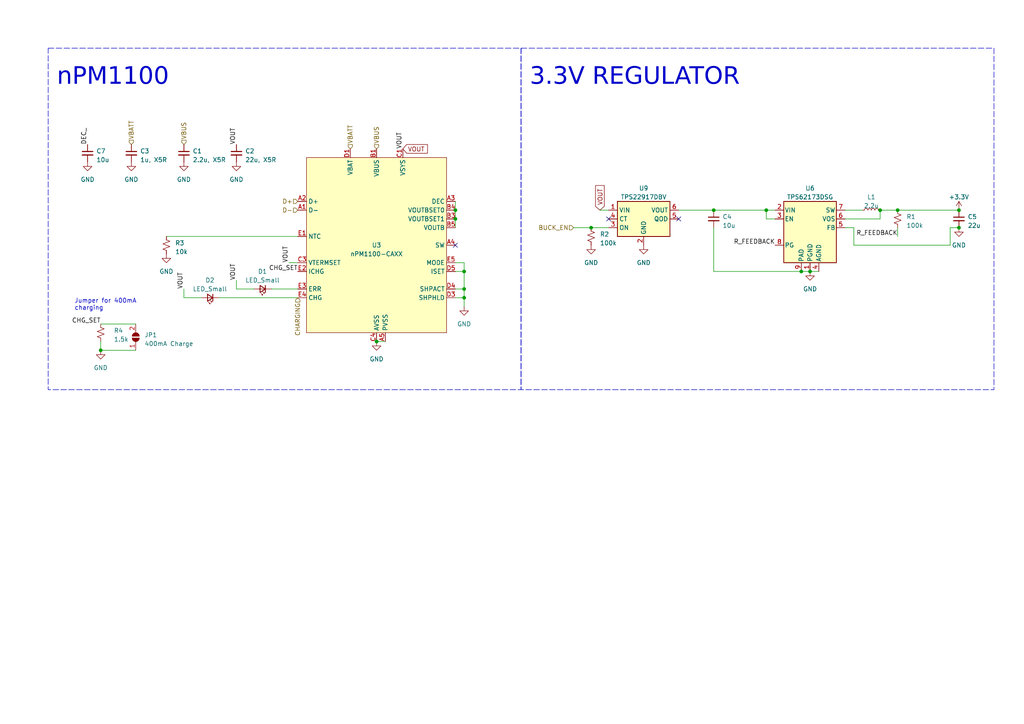
<source format=kicad_sch>
(kicad_sch (version 20230121) (generator eeschema)

  (uuid 6ae5daa4-5161-46b7-ad02-7e684f4ec53c)

  (paper "A4")

  (lib_symbols
    (symbol "Device:C_Small" (pin_numbers hide) (pin_names (offset 0.254) hide) (in_bom yes) (on_board yes)
      (property "Reference" "C" (at 0.254 1.778 0)
        (effects (font (size 1.27 1.27)) (justify left))
      )
      (property "Value" "C_Small" (at 0.254 -2.032 0)
        (effects (font (size 1.27 1.27)) (justify left))
      )
      (property "Footprint" "" (at 0 0 0)
        (effects (font (size 1.27 1.27)) hide)
      )
      (property "Datasheet" "~" (at 0 0 0)
        (effects (font (size 1.27 1.27)) hide)
      )
      (property "ki_keywords" "capacitor cap" (at 0 0 0)
        (effects (font (size 1.27 1.27)) hide)
      )
      (property "ki_description" "Unpolarized capacitor, small symbol" (at 0 0 0)
        (effects (font (size 1.27 1.27)) hide)
      )
      (property "ki_fp_filters" "C_*" (at 0 0 0)
        (effects (font (size 1.27 1.27)) hide)
      )
      (symbol "C_Small_0_1"
        (polyline
          (pts
            (xy -1.524 -0.508)
            (xy 1.524 -0.508)
          )
          (stroke (width 0.3302) (type default))
          (fill (type none))
        )
        (polyline
          (pts
            (xy -1.524 0.508)
            (xy 1.524 0.508)
          )
          (stroke (width 0.3048) (type default))
          (fill (type none))
        )
      )
      (symbol "C_Small_1_1"
        (pin passive line (at 0 2.54 270) (length 2.032)
          (name "~" (effects (font (size 1.27 1.27))))
          (number "1" (effects (font (size 1.27 1.27))))
        )
        (pin passive line (at 0 -2.54 90) (length 2.032)
          (name "~" (effects (font (size 1.27 1.27))))
          (number "2" (effects (font (size 1.27 1.27))))
        )
      )
    )
    (symbol "Device:LED_Small" (pin_numbers hide) (pin_names (offset 0.254) hide) (in_bom yes) (on_board yes)
      (property "Reference" "D" (at -1.27 3.175 0)
        (effects (font (size 1.27 1.27)) (justify left))
      )
      (property "Value" "LED_Small" (at -4.445 -2.54 0)
        (effects (font (size 1.27 1.27)) (justify left))
      )
      (property "Footprint" "" (at 0 0 90)
        (effects (font (size 1.27 1.27)) hide)
      )
      (property "Datasheet" "~" (at 0 0 90)
        (effects (font (size 1.27 1.27)) hide)
      )
      (property "ki_keywords" "LED diode light-emitting-diode" (at 0 0 0)
        (effects (font (size 1.27 1.27)) hide)
      )
      (property "ki_description" "Light emitting diode, small symbol" (at 0 0 0)
        (effects (font (size 1.27 1.27)) hide)
      )
      (property "ki_fp_filters" "LED* LED_SMD:* LED_THT:*" (at 0 0 0)
        (effects (font (size 1.27 1.27)) hide)
      )
      (symbol "LED_Small_0_1"
        (polyline
          (pts
            (xy -0.762 -1.016)
            (xy -0.762 1.016)
          )
          (stroke (width 0.254) (type default))
          (fill (type none))
        )
        (polyline
          (pts
            (xy 1.016 0)
            (xy -0.762 0)
          )
          (stroke (width 0) (type default))
          (fill (type none))
        )
        (polyline
          (pts
            (xy 0.762 -1.016)
            (xy -0.762 0)
            (xy 0.762 1.016)
            (xy 0.762 -1.016)
          )
          (stroke (width 0.254) (type default))
          (fill (type none))
        )
        (polyline
          (pts
            (xy 0 0.762)
            (xy -0.508 1.27)
            (xy -0.254 1.27)
            (xy -0.508 1.27)
            (xy -0.508 1.016)
          )
          (stroke (width 0) (type default))
          (fill (type none))
        )
        (polyline
          (pts
            (xy 0.508 1.27)
            (xy 0 1.778)
            (xy 0.254 1.778)
            (xy 0 1.778)
            (xy 0 1.524)
          )
          (stroke (width 0) (type default))
          (fill (type none))
        )
      )
      (symbol "LED_Small_1_1"
        (pin passive line (at -2.54 0 0) (length 1.778)
          (name "K" (effects (font (size 1.27 1.27))))
          (number "1" (effects (font (size 1.27 1.27))))
        )
        (pin passive line (at 2.54 0 180) (length 1.778)
          (name "A" (effects (font (size 1.27 1.27))))
          (number "2" (effects (font (size 1.27 1.27))))
        )
      )
    )
    (symbol "Device:L_Small" (pin_numbers hide) (pin_names (offset 0.254) hide) (in_bom yes) (on_board yes)
      (property "Reference" "L" (at 0.762 1.016 0)
        (effects (font (size 1.27 1.27)) (justify left))
      )
      (property "Value" "L_Small" (at 0.762 -1.016 0)
        (effects (font (size 1.27 1.27)) (justify left))
      )
      (property "Footprint" "" (at 0 0 0)
        (effects (font (size 1.27 1.27)) hide)
      )
      (property "Datasheet" "~" (at 0 0 0)
        (effects (font (size 1.27 1.27)) hide)
      )
      (property "ki_keywords" "inductor choke coil reactor magnetic" (at 0 0 0)
        (effects (font (size 1.27 1.27)) hide)
      )
      (property "ki_description" "Inductor, small symbol" (at 0 0 0)
        (effects (font (size 1.27 1.27)) hide)
      )
      (property "ki_fp_filters" "Choke_* *Coil* Inductor_* L_*" (at 0 0 0)
        (effects (font (size 1.27 1.27)) hide)
      )
      (symbol "L_Small_0_1"
        (arc (start 0 -2.032) (mid 0.5058 -1.524) (end 0 -1.016)
          (stroke (width 0) (type default))
          (fill (type none))
        )
        (arc (start 0 -1.016) (mid 0.5058 -0.508) (end 0 0)
          (stroke (width 0) (type default))
          (fill (type none))
        )
        (arc (start 0 0) (mid 0.5058 0.508) (end 0 1.016)
          (stroke (width 0) (type default))
          (fill (type none))
        )
        (arc (start 0 1.016) (mid 0.5058 1.524) (end 0 2.032)
          (stroke (width 0) (type default))
          (fill (type none))
        )
      )
      (symbol "L_Small_1_1"
        (pin passive line (at 0 2.54 270) (length 0.508)
          (name "~" (effects (font (size 1.27 1.27))))
          (number "1" (effects (font (size 1.27 1.27))))
        )
        (pin passive line (at 0 -2.54 90) (length 0.508)
          (name "~" (effects (font (size 1.27 1.27))))
          (number "2" (effects (font (size 1.27 1.27))))
        )
      )
    )
    (symbol "Device:R_Small_US" (pin_numbers hide) (pin_names (offset 0.254) hide) (in_bom yes) (on_board yes)
      (property "Reference" "R" (at 0.762 0.508 0)
        (effects (font (size 1.27 1.27)) (justify left))
      )
      (property "Value" "R_Small_US" (at 0.762 -1.016 0)
        (effects (font (size 1.27 1.27)) (justify left))
      )
      (property "Footprint" "" (at 0 0 0)
        (effects (font (size 1.27 1.27)) hide)
      )
      (property "Datasheet" "~" (at 0 0 0)
        (effects (font (size 1.27 1.27)) hide)
      )
      (property "ki_keywords" "r resistor" (at 0 0 0)
        (effects (font (size 1.27 1.27)) hide)
      )
      (property "ki_description" "Resistor, small US symbol" (at 0 0 0)
        (effects (font (size 1.27 1.27)) hide)
      )
      (property "ki_fp_filters" "R_*" (at 0 0 0)
        (effects (font (size 1.27 1.27)) hide)
      )
      (symbol "R_Small_US_1_1"
        (polyline
          (pts
            (xy 0 0)
            (xy 1.016 -0.381)
            (xy 0 -0.762)
            (xy -1.016 -1.143)
            (xy 0 -1.524)
          )
          (stroke (width 0) (type default))
          (fill (type none))
        )
        (polyline
          (pts
            (xy 0 1.524)
            (xy 1.016 1.143)
            (xy 0 0.762)
            (xy -1.016 0.381)
            (xy 0 0)
          )
          (stroke (width 0) (type default))
          (fill (type none))
        )
        (pin passive line (at 0 2.54 270) (length 1.016)
          (name "~" (effects (font (size 1.27 1.27))))
          (number "1" (effects (font (size 1.27 1.27))))
        )
        (pin passive line (at 0 -2.54 90) (length 1.016)
          (name "~" (effects (font (size 1.27 1.27))))
          (number "2" (effects (font (size 1.27 1.27))))
        )
      )
    )
    (symbol "Jumper:SolderJumper_2_Open" (pin_names (offset 0) hide) (in_bom yes) (on_board yes)
      (property "Reference" "JP" (at 0 2.032 0)
        (effects (font (size 1.27 1.27)))
      )
      (property "Value" "SolderJumper_2_Open" (at 0 -2.54 0)
        (effects (font (size 1.27 1.27)))
      )
      (property "Footprint" "" (at 0 0 0)
        (effects (font (size 1.27 1.27)) hide)
      )
      (property "Datasheet" "~" (at 0 0 0)
        (effects (font (size 1.27 1.27)) hide)
      )
      (property "ki_keywords" "solder jumper SPST" (at 0 0 0)
        (effects (font (size 1.27 1.27)) hide)
      )
      (property "ki_description" "Solder Jumper, 2-pole, open" (at 0 0 0)
        (effects (font (size 1.27 1.27)) hide)
      )
      (property "ki_fp_filters" "SolderJumper*Open*" (at 0 0 0)
        (effects (font (size 1.27 1.27)) hide)
      )
      (symbol "SolderJumper_2_Open_0_1"
        (arc (start -0.254 1.016) (mid -1.2656 0) (end -0.254 -1.016)
          (stroke (width 0) (type default))
          (fill (type none))
        )
        (arc (start -0.254 1.016) (mid -1.2656 0) (end -0.254 -1.016)
          (stroke (width 0) (type default))
          (fill (type outline))
        )
        (polyline
          (pts
            (xy -0.254 1.016)
            (xy -0.254 -1.016)
          )
          (stroke (width 0) (type default))
          (fill (type none))
        )
        (polyline
          (pts
            (xy 0.254 1.016)
            (xy 0.254 -1.016)
          )
          (stroke (width 0) (type default))
          (fill (type none))
        )
        (arc (start 0.254 -1.016) (mid 1.2656 0) (end 0.254 1.016)
          (stroke (width 0) (type default))
          (fill (type none))
        )
        (arc (start 0.254 -1.016) (mid 1.2656 0) (end 0.254 1.016)
          (stroke (width 0) (type default))
          (fill (type outline))
        )
      )
      (symbol "SolderJumper_2_Open_1_1"
        (pin passive line (at -3.81 0 0) (length 2.54)
          (name "A" (effects (font (size 1.27 1.27))))
          (number "1" (effects (font (size 1.27 1.27))))
        )
        (pin passive line (at 3.81 0 180) (length 2.54)
          (name "B" (effects (font (size 1.27 1.27))))
          (number "2" (effects (font (size 1.27 1.27))))
        )
      )
    )
    (symbol "Power_Management:TPS22917DBV" (in_bom yes) (on_board yes)
      (property "Reference" "U" (at -6.35 6.35 0)
        (effects (font (size 1.27 1.27)))
      )
      (property "Value" "TPS22917DBV" (at 2.54 6.35 0)
        (effects (font (size 1.27 1.27)))
      )
      (property "Footprint" "Package_TO_SOT_SMD:SOT-23-6" (at 0 12.7 0)
        (effects (font (size 1.27 1.27)) hide)
      )
      (property "Datasheet" "http://www.ti.com/lit/ds/symlink/tps22917.pdf" (at 1.27 -17.78 0)
        (effects (font (size 1.27 1.27)) hide)
      )
      (property "ki_keywords" "high-side power distribution switch" (at 0 0 0)
        (effects (font (size 1.27 1.27)) hide)
      )
      (property "ki_description" "1V to 5.5V, 2A, 80mΩ Ultra-Low Leakage Load Switch, SOT23-6" (at 0 0 0)
        (effects (font (size 1.27 1.27)) hide)
      )
      (property "ki_fp_filters" "SOT?23*" (at 0 0 0)
        (effects (font (size 1.27 1.27)) hide)
      )
      (symbol "TPS22917DBV_0_1"
        (rectangle (start -7.62 5.08) (end 7.62 -5.08)
          (stroke (width 0.254) (type default))
          (fill (type background))
        )
      )
      (symbol "TPS22917DBV_1_1"
        (pin power_in line (at -10.16 2.54 0) (length 2.54)
          (name "VIN" (effects (font (size 1.27 1.27))))
          (number "1" (effects (font (size 1.27 1.27))))
        )
        (pin power_in line (at 0 -7.62 90) (length 2.54)
          (name "GND" (effects (font (size 1.27 1.27))))
          (number "2" (effects (font (size 1.27 1.27))))
        )
        (pin input line (at -10.16 -2.54 0) (length 2.54)
          (name "ON" (effects (font (size 1.27 1.27))))
          (number "3" (effects (font (size 1.27 1.27))))
        )
        (pin output line (at -10.16 0 0) (length 2.54)
          (name "CT" (effects (font (size 1.27 1.27))))
          (number "4" (effects (font (size 1.27 1.27))))
        )
        (pin open_collector line (at 10.16 0 180) (length 2.54)
          (name "QOD" (effects (font (size 1.27 1.27))))
          (number "5" (effects (font (size 1.27 1.27))))
        )
        (pin power_out line (at 10.16 2.54 180) (length 2.54)
          (name "VOUT" (effects (font (size 1.27 1.27))))
          (number "6" (effects (font (size 1.27 1.27))))
        )
      )
    )
    (symbol "Regulator_Switching:TPS62173DSG" (pin_names (offset 0.254)) (in_bom yes) (on_board yes)
      (property "Reference" "U" (at -7.62 11.43 0)
        (effects (font (size 1.27 1.27)) (justify left))
      )
      (property "Value" "TPS62173DSG" (at -1.27 11.43 0)
        (effects (font (size 1.27 1.27)) (justify left))
      )
      (property "Footprint" "Package_SON:WSON-8-1EP_2x2mm_P0.5mm_EP0.9x1.6mm_ThermalVias" (at 3.81 -8.89 0)
        (effects (font (size 1.27 1.27)) (justify left) hide)
      )
      (property "Datasheet" "http://www.ti.com/lit/ds/symlink/tps62170.pdf" (at 0 13.97 0)
        (effects (font (size 1.27 1.27)) hide)
      )
      (property "ki_keywords" "step-down dc-dc buck regulator" (at 0 0 0)
        (effects (font (size 1.27 1.27)) hide)
      )
      (property "ki_description" "500mA Step-Down Converter with DCS-Control, fixed 5.0V output, 3-17V input voltage, WSON-8" (at 0 0 0)
        (effects (font (size 1.27 1.27)) hide)
      )
      (property "ki_fp_filters" "WSON*EP*2x2mm*P0.5mm*" (at 0 0 0)
        (effects (font (size 1.27 1.27)) hide)
      )
      (symbol "TPS62173DSG_0_1"
        (rectangle (start -7.62 10.16) (end 7.62 -7.62)
          (stroke (width 0.254) (type default))
          (fill (type background))
        )
      )
      (symbol "TPS62173DSG_1_1"
        (pin power_in line (at 0 -10.16 90) (length 2.54)
          (name "PGND" (effects (font (size 1.27 1.27))))
          (number "1" (effects (font (size 1.27 1.27))))
        )
        (pin power_in line (at -10.16 7.62 0) (length 2.54)
          (name "VIN" (effects (font (size 1.27 1.27))))
          (number "2" (effects (font (size 1.27 1.27))))
        )
        (pin input line (at -10.16 5.08 0) (length 2.54)
          (name "EN" (effects (font (size 1.27 1.27))))
          (number "3" (effects (font (size 1.27 1.27))))
        )
        (pin power_in line (at 2.54 -10.16 90) (length 2.54)
          (name "AGND" (effects (font (size 1.27 1.27))))
          (number "4" (effects (font (size 1.27 1.27))))
        )
        (pin input line (at 10.16 2.54 180) (length 2.54)
          (name "FB" (effects (font (size 1.27 1.27))))
          (number "5" (effects (font (size 1.27 1.27))))
        )
        (pin input line (at 10.16 5.08 180) (length 2.54)
          (name "VOS" (effects (font (size 1.27 1.27))))
          (number "6" (effects (font (size 1.27 1.27))))
        )
        (pin output line (at 10.16 7.62 180) (length 2.54)
          (name "SW" (effects (font (size 1.27 1.27))))
          (number "7" (effects (font (size 1.27 1.27))))
        )
        (pin open_collector line (at -10.16 -2.54 0) (length 2.54)
          (name "PG" (effects (font (size 1.27 1.27))))
          (number "8" (effects (font (size 1.27 1.27))))
        )
        (pin power_in line (at -2.54 -10.16 90) (length 2.54)
          (name "PAD" (effects (font (size 1.27 1.27))))
          (number "9" (effects (font (size 1.27 1.27))))
        )
      )
    )
    (symbol "nordic-lib-kicad-npm:nPM1100-CAXX" (in_bom yes) (on_board yes)
      (property "Reference" "U" (at 0 0 0) (do_not_autoplace)
        (effects (font (size 1.27 1.27)))
      )
      (property "Value" "nPM1100-CAXX" (at 0 -2.54 0) (do_not_autoplace)
        (effects (font (size 1.27 1.27)))
      )
      (property "Footprint" "nordic-lib-kicad-npm:BGA-25_5x5_2.075x2.075mm" (at 0 5.08 0)
        (effects (font (size 1.27 1.27)) hide)
      )
      (property "Datasheet" "" (at 0 0 0)
        (effects (font (size 1.27 1.27)) hide)
      )
      (symbol "nPM1100-CAXX_0_0"
        (pin unspecified line (at -22.86 10.16 0) (length 2.54)
          (name "D-" (effects (font (size 1.27 1.27))))
          (number "A1" (effects (font (size 1.27 1.27))))
        )
        (pin unspecified line (at -22.86 12.7 0) (length 2.54)
          (name "D+" (effects (font (size 1.27 1.27))))
          (number "A2" (effects (font (size 1.27 1.27))))
        )
        (pin unspecified line (at 22.86 12.7 180) (length 2.54)
          (name "DEC" (effects (font (size 1.27 1.27))))
          (number "A3" (effects (font (size 1.27 1.27))))
        )
        (pin unspecified line (at 22.86 0 180) (length 2.54)
          (name "SW" (effects (font (size 1.27 1.27))))
          (number "A4" (effects (font (size 1.27 1.27))))
        )
        (pin unspecified line (at 2.54 -27.94 90) (length 2.54)
          (name "PVSS" (effects (font (size 1.27 1.27))))
          (number "A5" (effects (font (size 1.27 1.27))))
        )
        (pin unspecified line (at 0 27.94 270) (length 2.54)
          (name "VBUS" (effects (font (size 1.27 1.27))))
          (number "B1" (effects (font (size 1.27 1.27))))
        )
        (pin unspecified line (at 22.86 7.62 180) (length 2.54)
          (name "VOUTBSET1" (effects (font (size 1.27 1.27))))
          (number "B3" (effects (font (size 1.27 1.27))))
        )
        (pin unspecified line (at 22.86 10.16 180) (length 2.54)
          (name "VOUTBSET0" (effects (font (size 1.27 1.27))))
          (number "B4" (effects (font (size 1.27 1.27))))
        )
        (pin unspecified line (at 22.86 5.08 180) (length 2.54)
          (name "VOUTB" (effects (font (size 1.27 1.27))))
          (number "B5" (effects (font (size 1.27 1.27))))
        )
        (pin unspecified line (at 7.62 27.94 270) (length 2.54)
          (name "VSYS" (effects (font (size 1.27 1.27))))
          (number "C1" (effects (font (size 1.27 1.27))))
        )
        (pin unspecified line (at -22.86 -5.08 0) (length 2.54)
          (name "VTERMSET" (effects (font (size 1.27 1.27))))
          (number "C3" (effects (font (size 1.27 1.27))))
        )
        (pin unspecified line (at 0 -27.94 90) (length 2.54)
          (name "AVSS" (effects (font (size 1.27 1.27))))
          (number "C4" (effects (font (size 1.27 1.27))))
        )
        (pin unspecified line (at -7.62 27.94 270) (length 2.54)
          (name "VBAT" (effects (font (size 1.27 1.27))))
          (number "D1" (effects (font (size 1.27 1.27))))
        )
        (pin unspecified line (at 22.86 -15.24 180) (length 2.54)
          (name "SHPHLD" (effects (font (size 1.27 1.27))))
          (number "D3" (effects (font (size 1.27 1.27))))
        )
        (pin unspecified line (at 22.86 -12.7 180) (length 2.54)
          (name "SHPACT" (effects (font (size 1.27 1.27))))
          (number "D4" (effects (font (size 1.27 1.27))))
        )
        (pin unspecified line (at 22.86 -7.62 180) (length 2.54)
          (name "ISET" (effects (font (size 1.27 1.27))))
          (number "D5" (effects (font (size 1.27 1.27))))
        )
        (pin unspecified line (at -22.86 2.54 0) (length 2.54)
          (name "NTC" (effects (font (size 1.27 1.27))))
          (number "E1" (effects (font (size 1.27 1.27))))
        )
        (pin unspecified line (at -22.86 -7.62 0) (length 2.54)
          (name "ICHG" (effects (font (size 1.27 1.27))))
          (number "E2" (effects (font (size 1.27 1.27))))
        )
        (pin unspecified line (at -22.86 -12.7 0) (length 2.54)
          (name "ERR" (effects (font (size 1.27 1.27))))
          (number "E3" (effects (font (size 1.27 1.27))))
        )
        (pin unspecified line (at -22.86 -15.24 0) (length 2.54)
          (name "CHG" (effects (font (size 1.27 1.27))))
          (number "E4" (effects (font (size 1.27 1.27))))
        )
        (pin unspecified line (at 22.86 -5.08 180) (length 2.54)
          (name "MODE" (effects (font (size 1.27 1.27))))
          (number "E5" (effects (font (size 1.27 1.27))))
        )
      )
      (symbol "nPM1100-CAXX_1_0"
        (pin unspecified line (at 0 27.94 270) (length 2.54) hide
          (name "VBUS" (effects (font (size 1.27 1.27))))
          (number "B2" (effects (font (size 1.27 1.27))))
        )
        (pin unspecified line (at 7.62 27.94 270) (length 2.54) hide
          (name "VSYS" (effects (font (size 1.27 1.27))))
          (number "C2" (effects (font (size 1.27 1.27))))
        )
        (pin unspecified line (at 0 -27.94 90) (length 2.54) hide
          (name "AVSS" (effects (font (size 1.27 1.27))))
          (number "C5" (effects (font (size 1.27 1.27))))
        )
        (pin unspecified line (at -7.62 27.94 270) (length 2.54) hide
          (name "VBAT" (effects (font (size 1.27 1.27))))
          (number "D2" (effects (font (size 1.27 1.27))))
        )
      )
      (symbol "nPM1100-CAXX_1_1"
        (rectangle (start -20.32 25.4) (end 20.32 -25.4)
          (stroke (width 0) (type default))
          (fill (type background))
        )
      )
    )
    (symbol "power:+3.3V" (power) (pin_names (offset 0)) (in_bom yes) (on_board yes)
      (property "Reference" "#PWR" (at 0 -3.81 0)
        (effects (font (size 1.27 1.27)) hide)
      )
      (property "Value" "+3.3V" (at 0 3.556 0)
        (effects (font (size 1.27 1.27)))
      )
      (property "Footprint" "" (at 0 0 0)
        (effects (font (size 1.27 1.27)) hide)
      )
      (property "Datasheet" "" (at 0 0 0)
        (effects (font (size 1.27 1.27)) hide)
      )
      (property "ki_keywords" "global power" (at 0 0 0)
        (effects (font (size 1.27 1.27)) hide)
      )
      (property "ki_description" "Power symbol creates a global label with name \"+3.3V\"" (at 0 0 0)
        (effects (font (size 1.27 1.27)) hide)
      )
      (symbol "+3.3V_0_1"
        (polyline
          (pts
            (xy -0.762 1.27)
            (xy 0 2.54)
          )
          (stroke (width 0) (type default))
          (fill (type none))
        )
        (polyline
          (pts
            (xy 0 0)
            (xy 0 2.54)
          )
          (stroke (width 0) (type default))
          (fill (type none))
        )
        (polyline
          (pts
            (xy 0 2.54)
            (xy 0.762 1.27)
          )
          (stroke (width 0) (type default))
          (fill (type none))
        )
      )
      (symbol "+3.3V_1_1"
        (pin power_in line (at 0 0 90) (length 0) hide
          (name "+3.3V" (effects (font (size 1.27 1.27))))
          (number "1" (effects (font (size 1.27 1.27))))
        )
      )
    )
    (symbol "power:GND" (power) (pin_names (offset 0)) (in_bom yes) (on_board yes)
      (property "Reference" "#PWR" (at 0 -6.35 0)
        (effects (font (size 1.27 1.27)) hide)
      )
      (property "Value" "GND" (at 0 -3.81 0)
        (effects (font (size 1.27 1.27)))
      )
      (property "Footprint" "" (at 0 0 0)
        (effects (font (size 1.27 1.27)) hide)
      )
      (property "Datasheet" "" (at 0 0 0)
        (effects (font (size 1.27 1.27)) hide)
      )
      (property "ki_keywords" "global power" (at 0 0 0)
        (effects (font (size 1.27 1.27)) hide)
      )
      (property "ki_description" "Power symbol creates a global label with name \"GND\" , ground" (at 0 0 0)
        (effects (font (size 1.27 1.27)) hide)
      )
      (symbol "GND_0_1"
        (polyline
          (pts
            (xy 0 0)
            (xy 0 -1.27)
            (xy 1.27 -1.27)
            (xy 0 -2.54)
            (xy -1.27 -1.27)
            (xy 0 -1.27)
          )
          (stroke (width 0) (type default))
          (fill (type none))
        )
      )
      (symbol "GND_1_1"
        (pin power_in line (at 0 0 270) (length 0) hide
          (name "GND" (effects (font (size 1.27 1.27))))
          (number "1" (effects (font (size 1.27 1.27))))
        )
      )
    )
  )

  (junction (at 278.13 60.96) (diameter 0) (color 0 0 0 0)
    (uuid 0caeb7ae-2d25-4043-9d87-b2760da4d87b)
  )
  (junction (at 109.22 99.06) (diameter 0) (color 0 0 0 0)
    (uuid 12fc3129-ae25-47e0-b79b-8c7c32a7d489)
  )
  (junction (at 207.01 60.96) (diameter 0) (color 0 0 0 0)
    (uuid 3ff913e4-d2a8-4ea6-b888-12adcec92bf6)
  )
  (junction (at 134.62 86.36) (diameter 0) (color 0 0 0 0)
    (uuid 4571fdae-58b8-4e11-9c8c-c18ef0dfaebf)
  )
  (junction (at 134.62 83.82) (diameter 0) (color 0 0 0 0)
    (uuid 49d4c791-928e-40aa-a716-2566b7b7b805)
  )
  (junction (at 278.13 66.04) (diameter 0) (color 0 0 0 0)
    (uuid 55534243-af03-4620-a850-70648a75008f)
  )
  (junction (at 260.35 60.96) (diameter 0) (color 0 0 0 0)
    (uuid 66c5341e-927d-433b-9b68-e75881726c82)
  )
  (junction (at 171.45 66.04) (diameter 0) (color 0 0 0 0)
    (uuid 727b2d2c-2404-44b6-acd3-e982da038f8c)
  )
  (junction (at 132.08 60.96) (diameter 0) (color 0 0 0 0)
    (uuid 74cbe4fa-b8f5-4669-873b-a2f7b34bd609)
  )
  (junction (at 255.27 60.96) (diameter 0) (color 0 0 0 0)
    (uuid 775c4cec-c0c7-4716-bd5c-a60c21f11138)
  )
  (junction (at 232.41 78.74) (diameter 0) (color 0 0 0 0)
    (uuid 83f81bbf-0e62-4287-a7dc-0a83b78258f0)
  )
  (junction (at 132.08 63.5) (diameter 0) (color 0 0 0 0)
    (uuid 87a08fd7-9948-4413-b4bd-4132d39361e4)
  )
  (junction (at 29.21 101.6) (diameter 0) (color 0 0 0 0)
    (uuid 9a2e240a-74cb-4bd0-86c3-e8b4d4447cde)
  )
  (junction (at 134.62 78.74) (diameter 0) (color 0 0 0 0)
    (uuid eb22fd56-b20a-4e39-ba99-ab0f7fc745e8)
  )
  (junction (at 234.95 78.74) (diameter 0) (color 0 0 0 0)
    (uuid ebc370eb-b21f-4bc8-bbce-fe91bd68f2fd)
  )
  (junction (at 222.25 60.96) (diameter 0) (color 0 0 0 0)
    (uuid f1be6388-89f9-4865-80b5-830ed9bd8ca0)
  )

  (no_connect (at 176.53 63.5) (uuid 169db0e0-727e-4912-ac31-32b307e94d89))
  (no_connect (at 196.85 63.5) (uuid b44f7ab4-613d-4dc5-8a41-2aa360223dd9))
  (no_connect (at 132.08 71.12) (uuid b61201fc-420a-47ed-8f28-a095ed0e9f91))

  (wire (pts (xy 247.65 71.12) (xy 247.65 66.04))
    (stroke (width 0) (type default))
    (uuid 011f7966-dded-42c8-ae2f-90f351da6a7a)
  )
  (wire (pts (xy 83.82 76.2) (xy 86.36 76.2))
    (stroke (width 0) (type default))
    (uuid 074dc4be-54b5-42c7-a09b-024f0e89b7b4)
  )
  (wire (pts (xy 222.25 63.5) (xy 222.25 60.96))
    (stroke (width 0) (type default))
    (uuid 0b1ea43b-2a97-49b6-9599-254dd95b1134)
  )
  (wire (pts (xy 134.62 88.9) (xy 134.62 86.36))
    (stroke (width 0) (type default))
    (uuid 1b03ba12-ed16-4311-a137-3552d7d632a9)
  )
  (wire (pts (xy 207.01 78.74) (xy 232.41 78.74))
    (stroke (width 0) (type default))
    (uuid 21851b75-b923-4fc4-b863-a94f67e3b6db)
  )
  (wire (pts (xy 63.5 86.36) (xy 86.36 86.36))
    (stroke (width 0) (type default))
    (uuid 23eddb53-3b16-4ef4-81da-5c1431b6cdd2)
  )
  (wire (pts (xy 245.11 60.96) (xy 250.19 60.96))
    (stroke (width 0) (type default))
    (uuid 2520a378-d0a2-4271-be51-74378c51ce19)
  )
  (wire (pts (xy 134.62 86.36) (xy 132.08 86.36))
    (stroke (width 0) (type default))
    (uuid 2896e73e-3078-4618-a32b-0d84e0f17392)
  )
  (wire (pts (xy 255.27 60.96) (xy 260.35 60.96))
    (stroke (width 0) (type default))
    (uuid 2ba9f69c-80d3-4d24-bf3b-bd69c3e5491e)
  )
  (wire (pts (xy 173.99 60.96) (xy 176.53 60.96))
    (stroke (width 0) (type default))
    (uuid 3659487f-9506-460b-b69f-5065560fe00f)
  )
  (wire (pts (xy 53.34 83.82) (xy 53.34 86.36))
    (stroke (width 0) (type default))
    (uuid 3b3e814b-28d0-47ed-abe4-3fd29f12e81b)
  )
  (wire (pts (xy 255.27 63.5) (xy 255.27 60.96))
    (stroke (width 0) (type default))
    (uuid 40b8de73-d124-4a36-bbc3-edc88874ecaa)
  )
  (wire (pts (xy 134.62 76.2) (xy 134.62 78.74))
    (stroke (width 0) (type default))
    (uuid 45bd8648-d9c0-4976-b47d-7e27e46819f9)
  )
  (wire (pts (xy 166.37 66.04) (xy 171.45 66.04))
    (stroke (width 0) (type default))
    (uuid 48030060-fbbc-4211-b181-2bbbace77614)
  )
  (wire (pts (xy 134.62 78.74) (xy 132.08 78.74))
    (stroke (width 0) (type default))
    (uuid 4c90b326-c169-48eb-9680-dea63918ca69)
  )
  (wire (pts (xy 207.01 66.04) (xy 207.01 78.74))
    (stroke (width 0) (type default))
    (uuid 508315b2-44fb-4272-97ad-86549a10daab)
  )
  (wire (pts (xy 29.21 101.6) (xy 39.37 101.6))
    (stroke (width 0) (type default))
    (uuid 5c67a4e5-1579-4baa-9bdf-da3d1f69738f)
  )
  (wire (pts (xy 68.58 83.82) (xy 73.66 83.82))
    (stroke (width 0) (type default))
    (uuid 5c87b411-e4ec-427b-9059-9f148554e2a7)
  )
  (wire (pts (xy 222.25 60.96) (xy 224.79 60.96))
    (stroke (width 0) (type default))
    (uuid 5d8ffb1a-ccf3-4c41-9016-9e40a785df77)
  )
  (wire (pts (xy 224.79 63.5) (xy 222.25 63.5))
    (stroke (width 0) (type default))
    (uuid 5e4204bc-c516-43ec-9fdd-bdd6cf41320c)
  )
  (wire (pts (xy 134.62 83.82) (xy 134.62 86.36))
    (stroke (width 0) (type default))
    (uuid 5f2363db-9550-4607-8c4c-7d54509e8a0b)
  )
  (wire (pts (xy 132.08 58.42) (xy 132.08 60.96))
    (stroke (width 0) (type default))
    (uuid 62285efa-3e58-44d5-9351-7e027e3fbb7c)
  )
  (wire (pts (xy 247.65 66.04) (xy 245.11 66.04))
    (stroke (width 0) (type default))
    (uuid 71295097-9d81-425b-bfdc-cbe2c2f28106)
  )
  (wire (pts (xy 134.62 78.74) (xy 134.62 83.82))
    (stroke (width 0) (type default))
    (uuid 73d7a04d-2c13-4f0c-bb95-a4ed05ba4cbf)
  )
  (wire (pts (xy 232.41 78.74) (xy 234.95 78.74))
    (stroke (width 0) (type default))
    (uuid 7ca04f3a-a338-4dfd-8268-523fdc2a0e47)
  )
  (wire (pts (xy 245.11 63.5) (xy 255.27 63.5))
    (stroke (width 0) (type default))
    (uuid 830861b4-d24f-4ef5-a926-2db677b94674)
  )
  (wire (pts (xy 278.13 66.04) (xy 275.59 66.04))
    (stroke (width 0) (type default))
    (uuid 936585b1-402e-4148-97d0-f36dccfaa3b6)
  )
  (wire (pts (xy 134.62 76.2) (xy 132.08 76.2))
    (stroke (width 0) (type default))
    (uuid 96414147-a444-41b7-a751-52d3268e8242)
  )
  (wire (pts (xy 171.45 66.04) (xy 176.53 66.04))
    (stroke (width 0) (type default))
    (uuid 96a4106e-ddca-4a43-94fa-e03c95a41f9a)
  )
  (wire (pts (xy 132.08 63.5) (xy 132.08 66.04))
    (stroke (width 0) (type default))
    (uuid a1f03b5d-a19f-4dc1-ab24-6b3e97efdd42)
  )
  (wire (pts (xy 260.35 68.58) (xy 260.35 66.04))
    (stroke (width 0) (type default))
    (uuid a83b4650-bee8-4b0f-b0de-931deb0356d2)
  )
  (wire (pts (xy 260.35 60.96) (xy 278.13 60.96))
    (stroke (width 0) (type default))
    (uuid a877dff6-63d6-4a33-8df2-2294f522bca3)
  )
  (wire (pts (xy 29.21 101.6) (xy 29.21 99.06))
    (stroke (width 0) (type default))
    (uuid ad62e4f4-de85-4878-938d-31d5d35fbd1c)
  )
  (wire (pts (xy 48.26 68.58) (xy 86.36 68.58))
    (stroke (width 0) (type default))
    (uuid b4c77c98-6b1e-4d47-832f-97cfad893fdc)
  )
  (wire (pts (xy 53.34 86.36) (xy 58.42 86.36))
    (stroke (width 0) (type default))
    (uuid bb9f0127-e711-4a3e-b448-2e5bf31e535a)
  )
  (wire (pts (xy 29.21 93.98) (xy 39.37 93.98))
    (stroke (width 0) (type default))
    (uuid be80351b-882c-4922-a3f2-9628cbc8a354)
  )
  (wire (pts (xy 207.01 60.96) (xy 222.25 60.96))
    (stroke (width 0) (type default))
    (uuid c2947fd6-46c9-4e23-b426-fb9c0e769c52)
  )
  (wire (pts (xy 134.62 83.82) (xy 132.08 83.82))
    (stroke (width 0) (type default))
    (uuid c9b9857f-a1dc-4172-9ea7-3baa75fff87d)
  )
  (wire (pts (xy 132.08 60.96) (xy 132.08 63.5))
    (stroke (width 0) (type default))
    (uuid cd1af00b-c7e4-4bae-8e4b-2130515c614c)
  )
  (wire (pts (xy 275.59 71.12) (xy 247.65 71.12))
    (stroke (width 0) (type default))
    (uuid d4b69cd7-5575-4fdf-877c-0713b255ac04)
  )
  (wire (pts (xy 234.95 78.74) (xy 237.49 78.74))
    (stroke (width 0) (type default))
    (uuid d6d7bc05-c08a-43d1-a638-38ce603cbb5e)
  )
  (wire (pts (xy 275.59 66.04) (xy 275.59 71.12))
    (stroke (width 0) (type default))
    (uuid d8d057cf-cd32-4e69-b099-457ff470e292)
  )
  (wire (pts (xy 196.85 60.96) (xy 207.01 60.96))
    (stroke (width 0) (type default))
    (uuid da2fea9a-9483-42cf-b19c-2003e0010e62)
  )
  (wire (pts (xy 78.74 83.82) (xy 86.36 83.82))
    (stroke (width 0) (type default))
    (uuid dca50025-cad4-4593-8c24-a63177d605ee)
  )
  (wire (pts (xy 109.22 99.06) (xy 111.76 99.06))
    (stroke (width 0) (type default))
    (uuid ed5af13d-905e-4644-8981-3609010b30d3)
  )
  (wire (pts (xy 68.58 81.28) (xy 68.58 83.82))
    (stroke (width 0) (type default))
    (uuid f4554a92-1001-46e0-80ed-c2f11ba75126)
  )

  (rectangle (start 151.13 13.97) (end 288.29 113.03)
    (stroke (width 0) (type dash))
    (fill (type none))
    (uuid 38c0877e-905a-4f5a-869c-1781c45ec64f)
  )
  (rectangle (start 13.97 13.97) (end 151.13 113.03)
    (stroke (width 0) (type dash))
    (fill (type none))
    (uuid 4a36f610-5d8b-442d-aecd-e31a82f58280)
  )

  (text "nPM1100" (at 16.51 26.67 0)
    (effects (font (face "Tahoma") (size 5 5)) (justify left bottom))
    (uuid 4bff4ab7-a67f-419e-a5dc-0db195142beb)
  )
  (text "Jumper for 400mA\ncharging" (at 21.59 90.17 0)
    (effects (font (size 1.27 1.27)) (justify left bottom))
    (uuid 63e4a175-1b83-4b40-9a16-8f589c607d5c)
  )
  (text "3.3V REGULATOR" (at 153.67 26.67 0)
    (effects (font (face "Tahoma") (size 5 5)) (justify left bottom))
    (uuid 98a46769-a040-46c7-9d4e-54c9b97eb4b7)
  )

  (label "VOUT" (at 68.58 41.91 90) (fields_autoplaced)
    (effects (font (size 1.27 1.27)) (justify left bottom))
    (uuid 4cfb1242-afc2-44d2-b151-37c64f11a11d)
  )
  (label "VOUT" (at 83.82 76.2 90) (fields_autoplaced)
    (effects (font (size 1.27 1.27)) (justify left bottom))
    (uuid 8a042edd-f566-488c-a484-9f19d1a648fa)
  )
  (label "DEC_" (at 25.4 41.91 90) (fields_autoplaced)
    (effects (font (size 1.27 1.27)) (justify left bottom))
    (uuid 9338aa16-047b-4af3-bf59-36872e72ba6f)
  )
  (label "CHG_SET" (at 86.36 78.74 180) (fields_autoplaced)
    (effects (font (size 1.27 1.27)) (justify right bottom))
    (uuid a031088a-f092-474b-b0c2-4d53e096f6cd)
  )
  (label "R_FEEDBACK" (at 224.79 71.12 180) (fields_autoplaced)
    (effects (font (size 1.27 1.27)) (justify right bottom))
    (uuid b3118fe8-b5d8-47ab-8c1a-6c6287681ff8)
  )
  (label "R_FEEDBACK" (at 260.35 68.58 180) (fields_autoplaced)
    (effects (font (size 1.27 1.27)) (justify right bottom))
    (uuid c6e78b7a-4284-47ed-9d32-8a3c1a31f2eb)
  )
  (label "VOUT" (at 116.84 43.18 90) (fields_autoplaced)
    (effects (font (size 1.27 1.27)) (justify left bottom))
    (uuid d36b0e80-b1ae-4520-8423-4f9691ef7355)
  )
  (label "VOUT" (at 68.58 81.28 90) (fields_autoplaced)
    (effects (font (size 1.27 1.27)) (justify left bottom))
    (uuid d3b0358f-18e5-45a0-b914-ffe2ac1f922c)
  )
  (label "CHG_SET" (at 29.21 93.98 180) (fields_autoplaced)
    (effects (font (size 1.27 1.27)) (justify right bottom))
    (uuid d8e26a5c-fddf-417f-8c52-696db738f593)
  )
  (label "VOUT" (at 53.34 83.82 90) (fields_autoplaced)
    (effects (font (size 1.27 1.27)) (justify left bottom))
    (uuid eaa0b4d4-a121-4f8e-a470-b28c0e9743e8)
  )

  (global_label "VOUT" (shape input) (at 173.99 60.96 90) (fields_autoplaced)
    (effects (font (size 1.27 1.27)) (justify left))
    (uuid 1318aba5-e60b-4318-833f-b217860703c7)
    (property "Intersheetrefs" "${INTERSHEET_REFS}" (at 173.99 53.337 90)
      (effects (font (size 1.27 1.27)) (justify left) hide)
    )
  )
  (global_label "VOUT" (shape input) (at 116.84 43.18 0) (fields_autoplaced)
    (effects (font (size 1.27 1.27)) (justify left))
    (uuid 609d5b87-4713-4482-887e-95eff7c5271a)
    (property "Intersheetrefs" "${INTERSHEET_REFS}" (at 124.463 43.18 0)
      (effects (font (size 1.27 1.27)) (justify left) hide)
    )
  )

  (hierarchical_label "BUCK_EN" (shape input) (at 166.37 66.04 180) (fields_autoplaced)
    (effects (font (size 1.27 1.27)) (justify right))
    (uuid 158e7315-4f2a-49c1-abfe-0c2aa8e50aba)
  )
  (hierarchical_label "D-" (shape input) (at 86.36 60.96 180) (fields_autoplaced)
    (effects (font (size 1.27 1.27)) (justify right))
    (uuid 2d12d028-215a-4e2a-ba2c-7c5587f9b29f)
  )
  (hierarchical_label "VBUS" (shape input) (at 109.22 43.18 90) (fields_autoplaced)
    (effects (font (size 1.27 1.27)) (justify left))
    (uuid 4039eb53-5b88-45ba-a720-ae12ed066725)
  )
  (hierarchical_label "VBATT" (shape input) (at 38.1 41.91 90) (fields_autoplaced)
    (effects (font (size 1.27 1.27)) (justify left))
    (uuid 4991571b-0a53-4c8c-940e-955990eb1229)
  )
  (hierarchical_label "VBUS" (shape input) (at 53.34 41.91 90) (fields_autoplaced)
    (effects (font (size 1.27 1.27)) (justify left))
    (uuid 50cbb0db-02d7-48cb-9cbb-a0c2175c39f3)
  )
  (hierarchical_label "D+" (shape input) (at 86.36 58.42 180) (fields_autoplaced)
    (effects (font (size 1.27 1.27)) (justify right))
    (uuid 67444cee-cedf-471f-aa8d-bd222356907a)
  )
  (hierarchical_label "CHARGING" (shape input) (at 86.36 86.36 270) (fields_autoplaced)
    (effects (font (size 1.27 1.27)) (justify right))
    (uuid 691b0a0e-a3ec-4597-92e5-9ed8017ebdd3)
  )
  (hierarchical_label "VBATT" (shape input) (at 101.6 43.18 90) (fields_autoplaced)
    (effects (font (size 1.27 1.27)) (justify left))
    (uuid ad71a5cf-0e81-420c-90d0-f005b42b49fe)
  )

  (symbol (lib_id "power:GND") (at 53.34 46.99 0) (unit 1)
    (in_bom yes) (on_board yes) (dnp no) (fields_autoplaced)
    (uuid 042c83be-d897-4327-a2d7-25c0a3ef64f0)
    (property "Reference" "#PWR012" (at 53.34 53.34 0)
      (effects (font (size 1.27 1.27)) hide)
    )
    (property "Value" "GND" (at 53.34 52.07 0)
      (effects (font (size 1.27 1.27)))
    )
    (property "Footprint" "" (at 53.34 46.99 0)
      (effects (font (size 1.27 1.27)) hide)
    )
    (property "Datasheet" "" (at 53.34 46.99 0)
      (effects (font (size 1.27 1.27)) hide)
    )
    (pin "1" (uuid 9c46ef0b-078c-43ed-9937-7c03ae2d672c))
    (instances
      (project "feather"
        (path "/ff0e202b-4a10-454c-95f3-d1df6cc67c7a"
          (reference "#PWR012") (unit 1)
        )
        (path "/ff0e202b-4a10-454c-95f3-d1df6cc67c7a/329e88c3-6de2-4468-a5c8-2b9fab392ec8"
          (reference "#PWR014") (unit 1)
        )
      )
    )
  )

  (symbol (lib_id "power:GND") (at 171.45 71.12 0) (unit 1)
    (in_bom yes) (on_board yes) (dnp no) (fields_autoplaced)
    (uuid 13f91f3f-7ae2-4141-aa34-6996743c14f8)
    (property "Reference" "#PWR012" (at 171.45 77.47 0)
      (effects (font (size 1.27 1.27)) hide)
    )
    (property "Value" "GND" (at 171.45 76.2 0)
      (effects (font (size 1.27 1.27)))
    )
    (property "Footprint" "" (at 171.45 71.12 0)
      (effects (font (size 1.27 1.27)) hide)
    )
    (property "Datasheet" "" (at 171.45 71.12 0)
      (effects (font (size 1.27 1.27)) hide)
    )
    (pin "1" (uuid a875ae9d-7b6b-4ccc-ab2e-ed18811ef59d))
    (instances
      (project "feather"
        (path "/ff0e202b-4a10-454c-95f3-d1df6cc67c7a"
          (reference "#PWR012") (unit 1)
        )
        (path "/ff0e202b-4a10-454c-95f3-d1df6cc67c7a/329e88c3-6de2-4468-a5c8-2b9fab392ec8"
          (reference "#PWR025") (unit 1)
        )
      )
    )
  )

  (symbol (lib_id "Device:C_Small") (at 207.01 63.5 0) (unit 1)
    (in_bom yes) (on_board yes) (dnp no) (fields_autoplaced)
    (uuid 384b35ad-b373-4c64-b5ee-8f1ae63e45a3)
    (property "Reference" "C4" (at 209.55 62.8713 0)
      (effects (font (size 1.27 1.27)) (justify left))
    )
    (property "Value" "10u" (at 209.55 65.4113 0)
      (effects (font (size 1.27 1.27)) (justify left))
    )
    (property "Footprint" "" (at 207.01 63.5 0)
      (effects (font (size 1.27 1.27)) hide)
    )
    (property "Datasheet" "~" (at 207.01 63.5 0)
      (effects (font (size 1.27 1.27)) hide)
    )
    (pin "1" (uuid 4b393051-de72-4912-aa1f-058039e237ca))
    (pin "2" (uuid 39169b89-d309-45ae-a2e9-844af7380485))
    (instances
      (project "feather"
        (path "/ff0e202b-4a10-454c-95f3-d1df6cc67c7a/329e88c3-6de2-4468-a5c8-2b9fab392ec8"
          (reference "C4") (unit 1)
        )
      )
    )
  )

  (symbol (lib_id "Device:LED_Small") (at 60.96 86.36 180) (unit 1)
    (in_bom yes) (on_board yes) (dnp no) (fields_autoplaced)
    (uuid 3d1c830a-aef2-4523-9055-59e2107c3927)
    (property "Reference" "D2" (at 60.8965 81.28 0)
      (effects (font (size 1.27 1.27)))
    )
    (property "Value" "LED_Small" (at 60.8965 83.82 0)
      (effects (font (size 1.27 1.27)))
    )
    (property "Footprint" "" (at 60.96 86.36 90)
      (effects (font (size 1.27 1.27)) hide)
    )
    (property "Datasheet" "~" (at 60.96 86.36 90)
      (effects (font (size 1.27 1.27)) hide)
    )
    (pin "1" (uuid cee4bab4-c321-43a7-bb26-69c9aa4caa30))
    (pin "2" (uuid 52ab3590-e2db-4fc2-a409-6c7a0a6bc782))
    (instances
      (project "feather"
        (path "/ff0e202b-4a10-454c-95f3-d1df6cc67c7a/329e88c3-6de2-4468-a5c8-2b9fab392ec8"
          (reference "D2") (unit 1)
        )
      )
    )
  )

  (symbol (lib_id "power:GND") (at 186.69 71.12 0) (unit 1)
    (in_bom yes) (on_board yes) (dnp no) (fields_autoplaced)
    (uuid 4ac1e68b-2f49-479a-9505-d3155b202871)
    (property "Reference" "#PWR012" (at 186.69 77.47 0)
      (effects (font (size 1.27 1.27)) hide)
    )
    (property "Value" "GND" (at 186.69 76.2 0)
      (effects (font (size 1.27 1.27)))
    )
    (property "Footprint" "" (at 186.69 71.12 0)
      (effects (font (size 1.27 1.27)) hide)
    )
    (property "Datasheet" "" (at 186.69 71.12 0)
      (effects (font (size 1.27 1.27)) hide)
    )
    (pin "1" (uuid a0274ac0-6301-44fa-bd0c-989a1d7d08a5))
    (instances
      (project "feather"
        (path "/ff0e202b-4a10-454c-95f3-d1df6cc67c7a"
          (reference "#PWR012") (unit 1)
        )
        (path "/ff0e202b-4a10-454c-95f3-d1df6cc67c7a/329e88c3-6de2-4468-a5c8-2b9fab392ec8"
          (reference "#PWR023") (unit 1)
        )
      )
    )
  )

  (symbol (lib_id "Device:L_Small") (at 252.73 60.96 90) (unit 1)
    (in_bom yes) (on_board yes) (dnp no) (fields_autoplaced)
    (uuid 4ca1b0fe-3809-4969-ad5b-a53991fff05b)
    (property "Reference" "L1" (at 252.73 57.15 90)
      (effects (font (size 1.27 1.27)))
    )
    (property "Value" "2.2u" (at 252.73 59.69 90)
      (effects (font (size 1.27 1.27)))
    )
    (property "Footprint" "" (at 252.73 60.96 0)
      (effects (font (size 1.27 1.27)) hide)
    )
    (property "Datasheet" "~" (at 252.73 60.96 0)
      (effects (font (size 1.27 1.27)) hide)
    )
    (pin "1" (uuid fc477002-6059-4e63-9fd5-5955e4636bef))
    (pin "2" (uuid fcfaff15-b1f2-46d4-9cba-55852a30bf64))
    (instances
      (project "feather"
        (path "/ff0e202b-4a10-454c-95f3-d1df6cc67c7a/329e88c3-6de2-4468-a5c8-2b9fab392ec8"
          (reference "L1") (unit 1)
        )
      )
    )
  )

  (symbol (lib_id "power:GND") (at 25.4 46.99 0) (unit 1)
    (in_bom yes) (on_board yes) (dnp no) (fields_autoplaced)
    (uuid 4dd9454f-c2b1-4a6e-9e5e-5d8595fa3a4c)
    (property "Reference" "#PWR012" (at 25.4 53.34 0)
      (effects (font (size 1.27 1.27)) hide)
    )
    (property "Value" "GND" (at 25.4 52.07 0)
      (effects (font (size 1.27 1.27)))
    )
    (property "Footprint" "" (at 25.4 46.99 0)
      (effects (font (size 1.27 1.27)) hide)
    )
    (property "Datasheet" "" (at 25.4 46.99 0)
      (effects (font (size 1.27 1.27)) hide)
    )
    (pin "1" (uuid a9a69738-13d1-4e08-a7d2-7f9f652e24c6))
    (instances
      (project "feather"
        (path "/ff0e202b-4a10-454c-95f3-d1df6cc67c7a"
          (reference "#PWR012") (unit 1)
        )
        (path "/ff0e202b-4a10-454c-95f3-d1df6cc67c7a/329e88c3-6de2-4468-a5c8-2b9fab392ec8"
          (reference "#PWR017") (unit 1)
        )
      )
    )
  )

  (symbol (lib_id "nordic-lib-kicad-npm:nPM1100-CAXX") (at 109.22 71.12 0) (unit 1)
    (in_bom yes) (on_board yes) (dnp no) (fields_autoplaced)
    (uuid 579455db-56e1-42fe-87a2-660dec7b100f)
    (property "Reference" "U3" (at 109.22 71.12 0) (do_not_autoplace)
      (effects (font (size 1.27 1.27)))
    )
    (property "Value" "nPM1100-CAXX" (at 109.22 73.66 0) (do_not_autoplace)
      (effects (font (size 1.27 1.27)))
    )
    (property "Footprint" "nordic-lib-kicad-npm:BGA-25_5x5_2.075x2.075mm" (at 109.22 66.04 0)
      (effects (font (size 1.27 1.27)) hide)
    )
    (property "Datasheet" "" (at 109.22 71.12 0)
      (effects (font (size 1.27 1.27)) hide)
    )
    (pin "A1" (uuid cd7995ce-a8bc-4f76-b8fd-8d229a7b6bdb))
    (pin "A2" (uuid 347edd20-78b9-49b0-8d76-dd799a129b60))
    (pin "A3" (uuid 88f53321-b858-409c-a0f9-ceec74932880))
    (pin "A4" (uuid 09fdc59e-fe62-4523-acee-c35627a61a84))
    (pin "A5" (uuid 32b15884-3ede-485b-b77b-1c6124f7c3ea))
    (pin "B1" (uuid 6225ff62-1bf4-4bbd-b999-f8123888c03c))
    (pin "B3" (uuid 42f9808a-715c-4466-a2c5-d7ff33930235))
    (pin "B4" (uuid 69bc764b-3a7e-4954-8baf-6f9048b5dd75))
    (pin "B5" (uuid b893ab32-940c-4e36-865b-26bf57374d85))
    (pin "C1" (uuid a0701805-caac-42fe-8567-452f3f3f3b32))
    (pin "C3" (uuid 62e79203-3bf9-4154-80b7-c6756ecf4df1))
    (pin "C4" (uuid 0c8a5f70-906e-42d3-9af2-fa9dfb24909f))
    (pin "D1" (uuid 8670050b-1d66-48bb-a435-cf6e2ae15bc5))
    (pin "D3" (uuid fdaa39c3-da0f-40bf-b4a5-953db0070e50))
    (pin "D4" (uuid 783d9771-6e22-48a0-a1a9-d0565fdbce50))
    (pin "D5" (uuid b6ff67b7-77f1-423c-baa7-760466e5fdd9))
    (pin "E1" (uuid 331919fb-4dab-478c-a6a7-3050139ae2e8))
    (pin "E2" (uuid 4daa23d8-ec02-4d66-92bf-fdf7fb0f6f84))
    (pin "E3" (uuid e389edfe-78d3-4b7b-92b5-1a38b2e2d7f3))
    (pin "E4" (uuid 81fd998f-8436-4ff1-9e1c-a19ab96844ef))
    (pin "E5" (uuid 0b4b861c-b959-4850-9a94-7c3d57d4f6b2))
    (pin "B2" (uuid 3a2595f0-bd75-4429-ad39-7716cc9dddd0))
    (pin "C2" (uuid 2a22ebf5-bf1d-4a01-90eb-e6a318d2322f))
    (pin "C5" (uuid 0d3cab4e-ed41-4cf8-aae5-1df6fca4b4ee))
    (pin "D2" (uuid c1132508-a842-4af7-a3a2-2c0020d84e19))
    (instances
      (project "feather"
        (path "/ff0e202b-4a10-454c-95f3-d1df6cc67c7a"
          (reference "U3") (unit 1)
        )
        (path "/ff0e202b-4a10-454c-95f3-d1df6cc67c7a/329e88c3-6de2-4468-a5c8-2b9fab392ec8"
          (reference "U3") (unit 1)
        )
      )
    )
  )

  (symbol (lib_id "Jumper:SolderJumper_2_Open") (at 39.37 97.79 90) (unit 1)
    (in_bom yes) (on_board yes) (dnp no) (fields_autoplaced)
    (uuid 5814c1d4-6ab6-4b09-829d-e3549ee7f252)
    (property "Reference" "JP1" (at 41.91 97.155 90)
      (effects (font (size 1.27 1.27)) (justify right))
    )
    (property "Value" "400mA Charge" (at 41.91 99.695 90)
      (effects (font (size 1.27 1.27)) (justify right))
    )
    (property "Footprint" "Jumper:SolderJumper-2_P1.3mm_Open_RoundedPad1.0x1.5mm" (at 39.37 97.79 0)
      (effects (font (size 1.27 1.27)) hide)
    )
    (property "Datasheet" "~" (at 39.37 97.79 0)
      (effects (font (size 1.27 1.27)) hide)
    )
    (pin "1" (uuid adea8eef-f5e5-4ec0-bb23-28fc8e40c060))
    (pin "2" (uuid d8685495-57d6-41aa-acf1-9339b31f601f))
    (instances
      (project "feather"
        (path "/ff0e202b-4a10-454c-95f3-d1df6cc67c7a"
          (reference "JP1") (unit 1)
        )
        (path "/ff0e202b-4a10-454c-95f3-d1df6cc67c7a/329e88c3-6de2-4468-a5c8-2b9fab392ec8"
          (reference "JP2") (unit 1)
        )
      )
    )
  )

  (symbol (lib_id "power:GND") (at 109.22 99.06 0) (unit 1)
    (in_bom yes) (on_board yes) (dnp no) (fields_autoplaced)
    (uuid 589a000d-7c6c-408a-bbd1-5f804eb02a0d)
    (property "Reference" "#PWR012" (at 109.22 105.41 0)
      (effects (font (size 1.27 1.27)) hide)
    )
    (property "Value" "GND" (at 109.22 104.14 0)
      (effects (font (size 1.27 1.27)))
    )
    (property "Footprint" "" (at 109.22 99.06 0)
      (effects (font (size 1.27 1.27)) hide)
    )
    (property "Datasheet" "" (at 109.22 99.06 0)
      (effects (font (size 1.27 1.27)) hide)
    )
    (pin "1" (uuid a977be4c-c105-433e-b9f2-5a15f89567c1))
    (instances
      (project "feather"
        (path "/ff0e202b-4a10-454c-95f3-d1df6cc67c7a"
          (reference "#PWR012") (unit 1)
        )
        (path "/ff0e202b-4a10-454c-95f3-d1df6cc67c7a/329e88c3-6de2-4468-a5c8-2b9fab392ec8"
          (reference "#PWR012") (unit 1)
        )
      )
    )
  )

  (symbol (lib_id "Device:LED_Small") (at 76.2 83.82 180) (unit 1)
    (in_bom yes) (on_board yes) (dnp no) (fields_autoplaced)
    (uuid 65de725a-1fde-44b5-ab0f-b27656e4b792)
    (property "Reference" "D1" (at 76.1365 78.74 0)
      (effects (font (size 1.27 1.27)))
    )
    (property "Value" "LED_Small" (at 76.1365 81.28 0)
      (effects (font (size 1.27 1.27)))
    )
    (property "Footprint" "" (at 76.2 83.82 90)
      (effects (font (size 1.27 1.27)) hide)
    )
    (property "Datasheet" "~" (at 76.2 83.82 90)
      (effects (font (size 1.27 1.27)) hide)
    )
    (pin "1" (uuid 66831fe7-3ee4-4481-aab3-378226783424))
    (pin "2" (uuid c6d47a2e-257d-4155-964c-79de1b08c025))
    (instances
      (project "feather"
        (path "/ff0e202b-4a10-454c-95f3-d1df6cc67c7a/329e88c3-6de2-4468-a5c8-2b9fab392ec8"
          (reference "D1") (unit 1)
        )
      )
    )
  )

  (symbol (lib_id "Device:C_Small") (at 38.1 44.45 0) (unit 1)
    (in_bom yes) (on_board yes) (dnp no) (fields_autoplaced)
    (uuid 732c522e-8312-4eab-b962-aeb9245c8260)
    (property "Reference" "C3" (at 40.64 43.8213 0)
      (effects (font (size 1.27 1.27)) (justify left))
    )
    (property "Value" "1u, X5R" (at 40.64 46.3613 0)
      (effects (font (size 1.27 1.27)) (justify left))
    )
    (property "Footprint" "" (at 38.1 44.45 0)
      (effects (font (size 1.27 1.27)) hide)
    )
    (property "Datasheet" "~" (at 38.1 44.45 0)
      (effects (font (size 1.27 1.27)) hide)
    )
    (pin "1" (uuid 8aa1f10d-75d0-4eb9-be56-5192137d14c8))
    (pin "2" (uuid a403bf2c-e35c-4863-9e8e-8f8c55fc823d))
    (instances
      (project "feather"
        (path "/ff0e202b-4a10-454c-95f3-d1df6cc67c7a/329e88c3-6de2-4468-a5c8-2b9fab392ec8"
          (reference "C3") (unit 1)
        )
      )
    )
  )

  (symbol (lib_id "power:GND") (at 29.21 101.6 0) (unit 1)
    (in_bom yes) (on_board yes) (dnp no) (fields_autoplaced)
    (uuid 7c762b29-8f5c-4e35-96fb-3b63e069f9c4)
    (property "Reference" "#PWR012" (at 29.21 107.95 0)
      (effects (font (size 1.27 1.27)) hide)
    )
    (property "Value" "GND" (at 29.21 106.68 0)
      (effects (font (size 1.27 1.27)))
    )
    (property "Footprint" "" (at 29.21 101.6 0)
      (effects (font (size 1.27 1.27)) hide)
    )
    (property "Datasheet" "" (at 29.21 101.6 0)
      (effects (font (size 1.27 1.27)) hide)
    )
    (pin "1" (uuid 2afbb096-8782-4ee2-91e6-33c89b9cb7b7))
    (instances
      (project "feather"
        (path "/ff0e202b-4a10-454c-95f3-d1df6cc67c7a"
          (reference "#PWR012") (unit 1)
        )
        (path "/ff0e202b-4a10-454c-95f3-d1df6cc67c7a/329e88c3-6de2-4468-a5c8-2b9fab392ec8"
          (reference "#PWR018") (unit 1)
        )
      )
    )
  )

  (symbol (lib_id "Device:C_Small") (at 68.58 44.45 0) (unit 1)
    (in_bom yes) (on_board yes) (dnp no) (fields_autoplaced)
    (uuid 7d639f6a-57db-4890-96de-8e19a1b7f984)
    (property "Reference" "C2" (at 71.12 43.8213 0)
      (effects (font (size 1.27 1.27)) (justify left))
    )
    (property "Value" "22u, X5R" (at 71.12 46.3613 0)
      (effects (font (size 1.27 1.27)) (justify left))
    )
    (property "Footprint" "" (at 68.58 44.45 0)
      (effects (font (size 1.27 1.27)) hide)
    )
    (property "Datasheet" "~" (at 68.58 44.45 0)
      (effects (font (size 1.27 1.27)) hide)
    )
    (pin "1" (uuid 848b91b6-f6d8-46b8-a5e0-a8699af8081a))
    (pin "2" (uuid dd0d90eb-67bd-4f26-afde-6e68daf01c7e))
    (instances
      (project "feather"
        (path "/ff0e202b-4a10-454c-95f3-d1df6cc67c7a/329e88c3-6de2-4468-a5c8-2b9fab392ec8"
          (reference "C2") (unit 1)
        )
      )
    )
  )

  (symbol (lib_id "power:GND") (at 38.1 46.99 0) (unit 1)
    (in_bom yes) (on_board yes) (dnp no) (fields_autoplaced)
    (uuid 7d8b80d1-e943-4917-8864-73d465dc9684)
    (property "Reference" "#PWR012" (at 38.1 53.34 0)
      (effects (font (size 1.27 1.27)) hide)
    )
    (property "Value" "GND" (at 38.1 52.07 0)
      (effects (font (size 1.27 1.27)))
    )
    (property "Footprint" "" (at 38.1 46.99 0)
      (effects (font (size 1.27 1.27)) hide)
    )
    (property "Datasheet" "" (at 38.1 46.99 0)
      (effects (font (size 1.27 1.27)) hide)
    )
    (pin "1" (uuid 3fe0951c-281c-4cb0-b74d-d52431f0db38))
    (instances
      (project "feather"
        (path "/ff0e202b-4a10-454c-95f3-d1df6cc67c7a"
          (reference "#PWR012") (unit 1)
        )
        (path "/ff0e202b-4a10-454c-95f3-d1df6cc67c7a/329e88c3-6de2-4468-a5c8-2b9fab392ec8"
          (reference "#PWR013") (unit 1)
        )
      )
    )
  )

  (symbol (lib_id "Power_Management:TPS22917DBV") (at 186.69 63.5 0) (unit 1)
    (in_bom yes) (on_board yes) (dnp no) (fields_autoplaced)
    (uuid 7e2cec38-4c6b-42b1-9c9e-2b4d201f529c)
    (property "Reference" "U9" (at 186.69 54.61 0)
      (effects (font (size 1.27 1.27)))
    )
    (property "Value" "TPS22917DBV" (at 186.69 57.15 0)
      (effects (font (size 1.27 1.27)))
    )
    (property "Footprint" "Package_TO_SOT_SMD:SOT-23-6" (at 186.69 50.8 0)
      (effects (font (size 1.27 1.27)) hide)
    )
    (property "Datasheet" "http://www.ti.com/lit/ds/symlink/tps22917.pdf" (at 187.96 81.28 0)
      (effects (font (size 1.27 1.27)) hide)
    )
    (pin "1" (uuid 501939bf-218b-4e6a-a364-07cb866b965e))
    (pin "2" (uuid dee05583-8f73-4f8c-8387-8d3e34c41084))
    (pin "3" (uuid e663d548-f8ba-4bb3-9329-cad31954be39))
    (pin "4" (uuid a7fa9953-6e67-4f6c-93dd-50edda6a3d5d))
    (pin "5" (uuid a3f947d5-ea23-4c8d-98e5-66e2e29b6594))
    (pin "6" (uuid c423adf7-be6c-4aff-8e78-a7d2d091599c))
    (instances
      (project "feather"
        (path "/ff0e202b-4a10-454c-95f3-d1df6cc67c7a/329e88c3-6de2-4468-a5c8-2b9fab392ec8"
          (reference "U9") (unit 1)
        )
      )
    )
  )

  (symbol (lib_id "power:GND") (at 278.13 66.04 0) (unit 1)
    (in_bom yes) (on_board yes) (dnp no) (fields_autoplaced)
    (uuid 84a26f2b-ade3-448e-b5a6-8caeb0e924a9)
    (property "Reference" "#PWR012" (at 278.13 72.39 0)
      (effects (font (size 1.27 1.27)) hide)
    )
    (property "Value" "GND" (at 278.13 71.12 0)
      (effects (font (size 1.27 1.27)))
    )
    (property "Footprint" "" (at 278.13 66.04 0)
      (effects (font (size 1.27 1.27)) hide)
    )
    (property "Datasheet" "" (at 278.13 66.04 0)
      (effects (font (size 1.27 1.27)) hide)
    )
    (pin "1" (uuid 7799f43d-d464-4eac-954f-d09990542b95))
    (instances
      (project "feather"
        (path "/ff0e202b-4a10-454c-95f3-d1df6cc67c7a"
          (reference "#PWR012") (unit 1)
        )
        (path "/ff0e202b-4a10-454c-95f3-d1df6cc67c7a/329e88c3-6de2-4468-a5c8-2b9fab392ec8"
          (reference "#PWR022") (unit 1)
        )
      )
    )
  )

  (symbol (lib_id "Device:C_Small") (at 25.4 44.45 0) (unit 1)
    (in_bom yes) (on_board yes) (dnp no) (fields_autoplaced)
    (uuid a612b3d0-15fa-4a39-b163-fde0a1605e8e)
    (property "Reference" "C7" (at 27.94 43.8213 0)
      (effects (font (size 1.27 1.27)) (justify left))
    )
    (property "Value" "10u" (at 27.94 46.3613 0)
      (effects (font (size 1.27 1.27)) (justify left))
    )
    (property "Footprint" "" (at 25.4 44.45 0)
      (effects (font (size 1.27 1.27)) hide)
    )
    (property "Datasheet" "~" (at 25.4 44.45 0)
      (effects (font (size 1.27 1.27)) hide)
    )
    (pin "1" (uuid afb68a27-e59e-4b51-8a8d-f3d1b1996784))
    (pin "2" (uuid 9e4e9d55-1e2b-46e4-933d-16836cf34671))
    (instances
      (project "feather"
        (path "/ff0e202b-4a10-454c-95f3-d1df6cc67c7a/329e88c3-6de2-4468-a5c8-2b9fab392ec8"
          (reference "C7") (unit 1)
        )
      )
    )
  )

  (symbol (lib_id "Device:C_Small") (at 278.13 63.5 0) (unit 1)
    (in_bom yes) (on_board yes) (dnp no) (fields_autoplaced)
    (uuid acf747b1-e983-4c9a-a99e-faff286a99dc)
    (property "Reference" "C5" (at 280.67 62.8713 0)
      (effects (font (size 1.27 1.27)) (justify left))
    )
    (property "Value" "22u" (at 280.67 65.4113 0)
      (effects (font (size 1.27 1.27)) (justify left))
    )
    (property "Footprint" "" (at 278.13 63.5 0)
      (effects (font (size 1.27 1.27)) hide)
    )
    (property "Datasheet" "~" (at 278.13 63.5 0)
      (effects (font (size 1.27 1.27)) hide)
    )
    (pin "1" (uuid 21c13bee-e51c-4d39-96d3-808e2256adf7))
    (pin "2" (uuid 035f64ff-eda5-4f63-8482-63eea8834d3b))
    (instances
      (project "feather"
        (path "/ff0e202b-4a10-454c-95f3-d1df6cc67c7a/329e88c3-6de2-4468-a5c8-2b9fab392ec8"
          (reference "C5") (unit 1)
        )
      )
    )
  )

  (symbol (lib_id "power:+3.3V") (at 278.13 60.96 0) (unit 1)
    (in_bom yes) (on_board yes) (dnp no) (fields_autoplaced)
    (uuid b4fd5cf6-ce07-4bfe-86b9-910c4a4d2351)
    (property "Reference" "#PWR024" (at 278.13 64.77 0)
      (effects (font (size 1.27 1.27)) hide)
    )
    (property "Value" "+3.3V" (at 278.13 57.15 0)
      (effects (font (size 1.27 1.27)))
    )
    (property "Footprint" "" (at 278.13 60.96 0)
      (effects (font (size 1.27 1.27)) hide)
    )
    (property "Datasheet" "" (at 278.13 60.96 0)
      (effects (font (size 1.27 1.27)) hide)
    )
    (pin "1" (uuid 5478ac28-3772-4d5b-9bea-7b0a33b16286))
    (instances
      (project "feather"
        (path "/ff0e202b-4a10-454c-95f3-d1df6cc67c7a/329e88c3-6de2-4468-a5c8-2b9fab392ec8"
          (reference "#PWR024") (unit 1)
        )
      )
    )
  )

  (symbol (lib_id "power:GND") (at 134.62 88.9 0) (unit 1)
    (in_bom yes) (on_board yes) (dnp no) (fields_autoplaced)
    (uuid b793573a-d836-41fb-b6e9-bc45dda39cc8)
    (property "Reference" "#PWR012" (at 134.62 95.25 0)
      (effects (font (size 1.27 1.27)) hide)
    )
    (property "Value" "GND" (at 134.62 93.98 0)
      (effects (font (size 1.27 1.27)))
    )
    (property "Footprint" "" (at 134.62 88.9 0)
      (effects (font (size 1.27 1.27)) hide)
    )
    (property "Datasheet" "" (at 134.62 88.9 0)
      (effects (font (size 1.27 1.27)) hide)
    )
    (pin "1" (uuid d437e1ea-9f08-4a08-bba6-7fa9eac1e58f))
    (instances
      (project "feather"
        (path "/ff0e202b-4a10-454c-95f3-d1df6cc67c7a"
          (reference "#PWR012") (unit 1)
        )
        (path "/ff0e202b-4a10-454c-95f3-d1df6cc67c7a/329e88c3-6de2-4468-a5c8-2b9fab392ec8"
          (reference "#PWR020") (unit 1)
        )
      )
    )
  )

  (symbol (lib_id "power:GND") (at 234.95 78.74 0) (unit 1)
    (in_bom yes) (on_board yes) (dnp no) (fields_autoplaced)
    (uuid bb62bb04-b8e9-46ac-b12c-9fa3ddf419a5)
    (property "Reference" "#PWR012" (at 234.95 85.09 0)
      (effects (font (size 1.27 1.27)) hide)
    )
    (property "Value" "GND" (at 234.95 83.82 0)
      (effects (font (size 1.27 1.27)))
    )
    (property "Footprint" "" (at 234.95 78.74 0)
      (effects (font (size 1.27 1.27)) hide)
    )
    (property "Datasheet" "" (at 234.95 78.74 0)
      (effects (font (size 1.27 1.27)) hide)
    )
    (pin "1" (uuid 2931d02c-5abd-4436-ad4f-3419b6c88aef))
    (instances
      (project "feather"
        (path "/ff0e202b-4a10-454c-95f3-d1df6cc67c7a"
          (reference "#PWR012") (unit 1)
        )
        (path "/ff0e202b-4a10-454c-95f3-d1df6cc67c7a/329e88c3-6de2-4468-a5c8-2b9fab392ec8"
          (reference "#PWR021") (unit 1)
        )
      )
    )
  )

  (symbol (lib_id "Device:R_Small_US") (at 48.26 71.12 0) (unit 1)
    (in_bom yes) (on_board yes) (dnp no) (fields_autoplaced)
    (uuid c42f08c6-6e92-4327-81a6-6bb58ed58241)
    (property "Reference" "R3" (at 50.8 70.485 0)
      (effects (font (size 1.27 1.27)) (justify left))
    )
    (property "Value" "10k" (at 50.8 73.025 0)
      (effects (font (size 1.27 1.27)) (justify left))
    )
    (property "Footprint" "" (at 48.26 71.12 0)
      (effects (font (size 1.27 1.27)) hide)
    )
    (property "Datasheet" "~" (at 48.26 71.12 0)
      (effects (font (size 1.27 1.27)) hide)
    )
    (pin "1" (uuid e3711a77-cb0b-409a-87b3-baa69d4a8bbb))
    (pin "2" (uuid a1399a82-c009-41e2-acb9-2e4c4136c751))
    (instances
      (project "feather"
        (path "/ff0e202b-4a10-454c-95f3-d1df6cc67c7a/329e88c3-6de2-4468-a5c8-2b9fab392ec8"
          (reference "R3") (unit 1)
        )
      )
    )
  )

  (symbol (lib_id "Device:R_Small_US") (at 29.21 96.52 0) (unit 1)
    (in_bom yes) (on_board yes) (dnp no) (fields_autoplaced)
    (uuid ca8623e6-f49f-4d2e-bd9e-68ee2ae815a7)
    (property "Reference" "R4" (at 33.02 95.885 0)
      (effects (font (size 1.27 1.27)) (justify left))
    )
    (property "Value" "1.5k" (at 33.02 98.425 0)
      (effects (font (size 1.27 1.27)) (justify left))
    )
    (property "Footprint" "" (at 29.21 96.52 0)
      (effects (font (size 1.27 1.27)) hide)
    )
    (property "Datasheet" "~" (at 29.21 96.52 0)
      (effects (font (size 1.27 1.27)) hide)
    )
    (pin "1" (uuid 7c4dc46b-1498-43f2-a893-b38d73363d13))
    (pin "2" (uuid 4c3d995d-24f7-44bd-9f29-a28e7ce41c60))
    (instances
      (project "feather"
        (path "/ff0e202b-4a10-454c-95f3-d1df6cc67c7a/329e88c3-6de2-4468-a5c8-2b9fab392ec8"
          (reference "R4") (unit 1)
        )
      )
    )
  )

  (symbol (lib_id "Device:C_Small") (at 53.34 44.45 0) (unit 1)
    (in_bom yes) (on_board yes) (dnp no) (fields_autoplaced)
    (uuid cdc5a436-19e1-4498-9fdd-8b00937b7b45)
    (property "Reference" "C1" (at 55.88 43.8213 0)
      (effects (font (size 1.27 1.27)) (justify left))
    )
    (property "Value" "2.2u, X5R" (at 55.88 46.3613 0)
      (effects (font (size 1.27 1.27)) (justify left))
    )
    (property "Footprint" "" (at 53.34 44.45 0)
      (effects (font (size 1.27 1.27)) hide)
    )
    (property "Datasheet" "~" (at 53.34 44.45 0)
      (effects (font (size 1.27 1.27)) hide)
    )
    (pin "1" (uuid e591f7c1-7faa-4208-88b5-e52781202846))
    (pin "2" (uuid e6708f5a-19c8-4744-88fa-0b39862035f5))
    (instances
      (project "feather"
        (path "/ff0e202b-4a10-454c-95f3-d1df6cc67c7a/329e88c3-6de2-4468-a5c8-2b9fab392ec8"
          (reference "C1") (unit 1)
        )
      )
    )
  )

  (symbol (lib_id "power:GND") (at 48.26 73.66 0) (unit 1)
    (in_bom yes) (on_board yes) (dnp no) (fields_autoplaced)
    (uuid dd9f372b-9e08-4bbe-baac-870d80cad26a)
    (property "Reference" "#PWR012" (at 48.26 80.01 0)
      (effects (font (size 1.27 1.27)) hide)
    )
    (property "Value" "GND" (at 48.26 78.74 0)
      (effects (font (size 1.27 1.27)))
    )
    (property "Footprint" "" (at 48.26 73.66 0)
      (effects (font (size 1.27 1.27)) hide)
    )
    (property "Datasheet" "" (at 48.26 73.66 0)
      (effects (font (size 1.27 1.27)) hide)
    )
    (pin "1" (uuid 7fc8d272-375a-4a51-b53e-81b4a25cb68c))
    (instances
      (project "feather"
        (path "/ff0e202b-4a10-454c-95f3-d1df6cc67c7a"
          (reference "#PWR012") (unit 1)
        )
        (path "/ff0e202b-4a10-454c-95f3-d1df6cc67c7a/329e88c3-6de2-4468-a5c8-2b9fab392ec8"
          (reference "#PWR027") (unit 1)
        )
      )
    )
  )

  (symbol (lib_id "Regulator_Switching:TPS62173DSG") (at 234.95 68.58 0) (unit 1)
    (in_bom yes) (on_board yes) (dnp no) (fields_autoplaced)
    (uuid de84d827-c509-4ef9-9519-b8186f706554)
    (property "Reference" "U6" (at 234.95 54.61 0)
      (effects (font (size 1.27 1.27)))
    )
    (property "Value" "TPS62173DSG" (at 234.95 57.15 0)
      (effects (font (size 1.27 1.27)))
    )
    (property "Footprint" "Package_SON:WSON-8-1EP_2x2mm_P0.5mm_EP0.9x1.6mm_ThermalVias" (at 238.76 77.47 0)
      (effects (font (size 1.27 1.27)) (justify left) hide)
    )
    (property "Datasheet" "http://www.ti.com/lit/ds/symlink/tps62170.pdf" (at 234.95 54.61 0)
      (effects (font (size 1.27 1.27)) hide)
    )
    (pin "1" (uuid c683aab2-78db-4ee7-bb1d-74b76b8183f1))
    (pin "2" (uuid 98c5aae3-d7ce-43ac-b913-397fdb11adbc))
    (pin "3" (uuid 64151f60-6217-430e-9fd1-e1b5042b10d9))
    (pin "4" (uuid 28e24dab-ec3c-4e48-b49f-b6d9e330220e))
    (pin "5" (uuid acd1a3b7-9d50-45dd-955d-62b2c83e67e5))
    (pin "6" (uuid 4d199ba7-1f3f-4bbb-a2da-01ac7f0f3f86))
    (pin "7" (uuid 5084e1ee-795f-4452-825a-cb44501dd913))
    (pin "8" (uuid 128c27f6-fa7e-4550-bedf-c971d4efd063))
    (pin "9" (uuid d95228a5-5490-44f0-8bea-d7c3b5a7257a))
    (instances
      (project "feather"
        (path "/ff0e202b-4a10-454c-95f3-d1df6cc67c7a/329e88c3-6de2-4468-a5c8-2b9fab392ec8"
          (reference "U6") (unit 1)
        )
      )
    )
  )

  (symbol (lib_id "Device:R_Small_US") (at 171.45 68.58 0) (unit 1)
    (in_bom yes) (on_board yes) (dnp no) (fields_autoplaced)
    (uuid ee8a0c59-3644-4760-8e2c-db3a0754943d)
    (property "Reference" "R2" (at 173.99 67.945 0)
      (effects (font (size 1.27 1.27)) (justify left))
    )
    (property "Value" "100k" (at 173.99 70.485 0)
      (effects (font (size 1.27 1.27)) (justify left))
    )
    (property "Footprint" "" (at 171.45 68.58 0)
      (effects (font (size 1.27 1.27)) hide)
    )
    (property "Datasheet" "~" (at 171.45 68.58 0)
      (effects (font (size 1.27 1.27)) hide)
    )
    (pin "1" (uuid a650b8c7-1e50-4df4-b0f0-48bfb80088e9))
    (pin "2" (uuid 96ed4b3f-583d-47bb-ae24-9cb658295518))
    (instances
      (project "feather"
        (path "/ff0e202b-4a10-454c-95f3-d1df6cc67c7a/329e88c3-6de2-4468-a5c8-2b9fab392ec8"
          (reference "R2") (unit 1)
        )
      )
    )
  )

  (symbol (lib_id "Device:R_Small_US") (at 260.35 63.5 0) (unit 1)
    (in_bom yes) (on_board yes) (dnp no) (fields_autoplaced)
    (uuid f13a3086-5aba-4b23-823c-fd0b6ac00892)
    (property "Reference" "R1" (at 262.89 62.865 0)
      (effects (font (size 1.27 1.27)) (justify left))
    )
    (property "Value" "100k" (at 262.89 65.405 0)
      (effects (font (size 1.27 1.27)) (justify left))
    )
    (property "Footprint" "" (at 260.35 63.5 0)
      (effects (font (size 1.27 1.27)) hide)
    )
    (property "Datasheet" "~" (at 260.35 63.5 0)
      (effects (font (size 1.27 1.27)) hide)
    )
    (pin "1" (uuid 32dafce9-1a4a-40a4-9455-e2896dc9d64d))
    (pin "2" (uuid 2142461c-ccb6-4037-b6f0-5c13fa8a878e))
    (instances
      (project "feather"
        (path "/ff0e202b-4a10-454c-95f3-d1df6cc67c7a/329e88c3-6de2-4468-a5c8-2b9fab392ec8"
          (reference "R1") (unit 1)
        )
      )
    )
  )

  (symbol (lib_id "power:GND") (at 68.58 46.99 0) (unit 1)
    (in_bom yes) (on_board yes) (dnp no) (fields_autoplaced)
    (uuid f3eb4a47-e90a-40de-9824-3af44afbb643)
    (property "Reference" "#PWR012" (at 68.58 53.34 0)
      (effects (font (size 1.27 1.27)) hide)
    )
    (property "Value" "GND" (at 68.58 52.07 0)
      (effects (font (size 1.27 1.27)))
    )
    (property "Footprint" "" (at 68.58 46.99 0)
      (effects (font (size 1.27 1.27)) hide)
    )
    (property "Datasheet" "" (at 68.58 46.99 0)
      (effects (font (size 1.27 1.27)) hide)
    )
    (pin "1" (uuid c2e92bda-3dd5-488f-b346-3295b074d2df))
    (instances
      (project "feather"
        (path "/ff0e202b-4a10-454c-95f3-d1df6cc67c7a"
          (reference "#PWR012") (unit 1)
        )
        (path "/ff0e202b-4a10-454c-95f3-d1df6cc67c7a/329e88c3-6de2-4468-a5c8-2b9fab392ec8"
          (reference "#PWR016") (unit 1)
        )
      )
    )
  )
)

</source>
